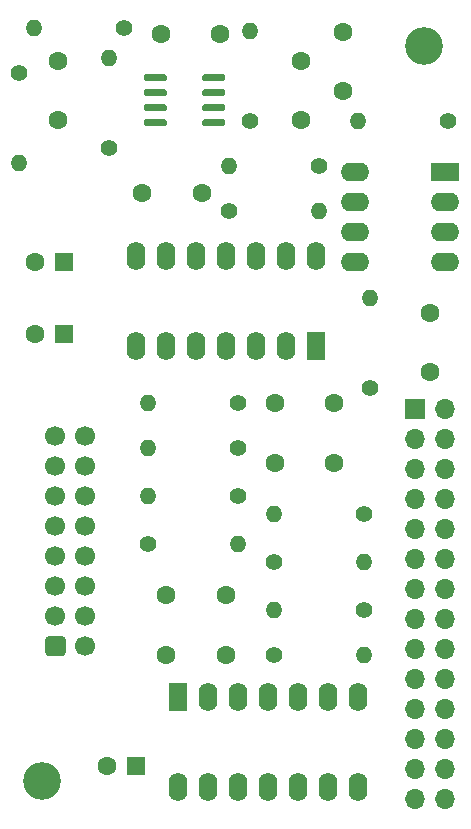
<source format=gbr>
%TF.GenerationSoftware,KiCad,Pcbnew,(5.1.10)-1*%
%TF.CreationDate,2022-02-04T18:42:06-05:00*%
%TF.ProjectId,OutputBoard,4f757470-7574-4426-9f61-72642e6b6963,rev?*%
%TF.SameCoordinates,Original*%
%TF.FileFunction,Soldermask,Bot*%
%TF.FilePolarity,Negative*%
%FSLAX46Y46*%
G04 Gerber Fmt 4.6, Leading zero omitted, Abs format (unit mm)*
G04 Created by KiCad (PCBNEW (5.1.10)-1) date 2022-02-04 18:42:06*
%MOMM*%
%LPD*%
G01*
G04 APERTURE LIST*
%ADD10C,3.200000*%
%ADD11O,1.600000X2.400000*%
%ADD12R,1.600000X2.400000*%
%ADD13R,1.600000X1.600000*%
%ADD14C,1.600000*%
%ADD15C,1.700000*%
%ADD16R,1.700000X1.700000*%
%ADD17O,1.700000X1.700000*%
%ADD18C,1.400000*%
%ADD19O,1.400000X1.400000*%
%ADD20R,2.400000X1.600000*%
%ADD21O,2.400000X1.600000*%
G04 APERTURE END LIST*
D10*
%TO.C,REF\u002A\u002A*%
X48895000Y-93980000D03*
%TD*%
%TO.C,REF\u002A\u002A*%
X81280000Y-31750000D03*
%TD*%
D11*
%TO.C,U2*%
X72136000Y-49530000D03*
X56896000Y-57150000D03*
X69596000Y-49530000D03*
X59436000Y-57150000D03*
X67056000Y-49530000D03*
X61976000Y-57150000D03*
X64516000Y-49530000D03*
X64516000Y-57150000D03*
X61976000Y-49530000D03*
X67056000Y-57150000D03*
X59436000Y-49530000D03*
X69596000Y-57150000D03*
X56896000Y-49530000D03*
D12*
X72136000Y-57150000D03*
%TD*%
%TO.C,IC1*%
G36*
G01*
X64410000Y-34267000D02*
X64410000Y-34567000D01*
G75*
G02*
X64260000Y-34717000I-150000J0D01*
G01*
X62610000Y-34717000D01*
G75*
G02*
X62460000Y-34567000I0J150000D01*
G01*
X62460000Y-34267000D01*
G75*
G02*
X62610000Y-34117000I150000J0D01*
G01*
X64260000Y-34117000D01*
G75*
G02*
X64410000Y-34267000I0J-150000D01*
G01*
G37*
G36*
G01*
X64410000Y-35537000D02*
X64410000Y-35837000D01*
G75*
G02*
X64260000Y-35987000I-150000J0D01*
G01*
X62610000Y-35987000D01*
G75*
G02*
X62460000Y-35837000I0J150000D01*
G01*
X62460000Y-35537000D01*
G75*
G02*
X62610000Y-35387000I150000J0D01*
G01*
X64260000Y-35387000D01*
G75*
G02*
X64410000Y-35537000I0J-150000D01*
G01*
G37*
G36*
G01*
X64410000Y-36807000D02*
X64410000Y-37107000D01*
G75*
G02*
X64260000Y-37257000I-150000J0D01*
G01*
X62610000Y-37257000D01*
G75*
G02*
X62460000Y-37107000I0J150000D01*
G01*
X62460000Y-36807000D01*
G75*
G02*
X62610000Y-36657000I150000J0D01*
G01*
X64260000Y-36657000D01*
G75*
G02*
X64410000Y-36807000I0J-150000D01*
G01*
G37*
G36*
G01*
X64410000Y-38077000D02*
X64410000Y-38377000D01*
G75*
G02*
X64260000Y-38527000I-150000J0D01*
G01*
X62610000Y-38527000D01*
G75*
G02*
X62460000Y-38377000I0J150000D01*
G01*
X62460000Y-38077000D01*
G75*
G02*
X62610000Y-37927000I150000J0D01*
G01*
X64260000Y-37927000D01*
G75*
G02*
X64410000Y-38077000I0J-150000D01*
G01*
G37*
G36*
G01*
X59460000Y-38077000D02*
X59460000Y-38377000D01*
G75*
G02*
X59310000Y-38527000I-150000J0D01*
G01*
X57660000Y-38527000D01*
G75*
G02*
X57510000Y-38377000I0J150000D01*
G01*
X57510000Y-38077000D01*
G75*
G02*
X57660000Y-37927000I150000J0D01*
G01*
X59310000Y-37927000D01*
G75*
G02*
X59460000Y-38077000I0J-150000D01*
G01*
G37*
G36*
G01*
X59460000Y-36807000D02*
X59460000Y-37107000D01*
G75*
G02*
X59310000Y-37257000I-150000J0D01*
G01*
X57660000Y-37257000D01*
G75*
G02*
X57510000Y-37107000I0J150000D01*
G01*
X57510000Y-36807000D01*
G75*
G02*
X57660000Y-36657000I150000J0D01*
G01*
X59310000Y-36657000D01*
G75*
G02*
X59460000Y-36807000I0J-150000D01*
G01*
G37*
G36*
G01*
X59460000Y-35537000D02*
X59460000Y-35837000D01*
G75*
G02*
X59310000Y-35987000I-150000J0D01*
G01*
X57660000Y-35987000D01*
G75*
G02*
X57510000Y-35837000I0J150000D01*
G01*
X57510000Y-35537000D01*
G75*
G02*
X57660000Y-35387000I150000J0D01*
G01*
X59310000Y-35387000D01*
G75*
G02*
X59460000Y-35537000I0J-150000D01*
G01*
G37*
G36*
G01*
X59460000Y-34267000D02*
X59460000Y-34567000D01*
G75*
G02*
X59310000Y-34717000I-150000J0D01*
G01*
X57660000Y-34717000D01*
G75*
G02*
X57510000Y-34567000I0J150000D01*
G01*
X57510000Y-34267000D01*
G75*
G02*
X57660000Y-34117000I150000J0D01*
G01*
X59310000Y-34117000D01*
G75*
G02*
X59460000Y-34267000I0J-150000D01*
G01*
G37*
%TD*%
D13*
%TO.C,C1*%
X56896000Y-92710000D03*
D14*
X54396000Y-92710000D03*
%TD*%
%TO.C,C2*%
X48300000Y-56134000D03*
D13*
X50800000Y-56134000D03*
%TD*%
%TO.C,C5*%
X50800000Y-50038000D03*
D14*
X48300000Y-50038000D03*
%TD*%
%TO.C,C6*%
X64436000Y-83312000D03*
X59436000Y-83312000D03*
%TD*%
%TO.C,C7*%
X68660000Y-61976000D03*
X73660000Y-61976000D03*
%TD*%
%TO.C,C8*%
X70866000Y-33020000D03*
X70866000Y-38020000D03*
%TD*%
%TO.C,C9*%
X57404000Y-44196000D03*
X62404000Y-44196000D03*
%TD*%
%TO.C,C10*%
X74422000Y-30560000D03*
X74422000Y-35560000D03*
%TD*%
%TO.C,C11*%
X81788000Y-54356000D03*
X81788000Y-59356000D03*
%TD*%
%TO.C,C12*%
X59008000Y-30734000D03*
X64008000Y-30734000D03*
%TD*%
%TO.C,C13*%
X50292000Y-38020000D03*
X50292000Y-33020000D03*
%TD*%
%TO.C,J1*%
G36*
G01*
X49188000Y-83150000D02*
X49188000Y-81950000D01*
G75*
G02*
X49438000Y-81700000I250000J0D01*
G01*
X50638000Y-81700000D01*
G75*
G02*
X50888000Y-81950000I0J-250000D01*
G01*
X50888000Y-83150000D01*
G75*
G02*
X50638000Y-83400000I-250000J0D01*
G01*
X49438000Y-83400000D01*
G75*
G02*
X49188000Y-83150000I0J250000D01*
G01*
G37*
D15*
X50038000Y-80010000D03*
X50038000Y-77470000D03*
X50038000Y-74930000D03*
X50038000Y-72390000D03*
X50038000Y-69850000D03*
X50038000Y-67310000D03*
X50038000Y-64770000D03*
X52578000Y-82550000D03*
X52578000Y-80010000D03*
X52578000Y-77470000D03*
X52578000Y-74930000D03*
X52578000Y-72390000D03*
X52578000Y-69850000D03*
X52578000Y-67310000D03*
X52578000Y-64770000D03*
%TD*%
D16*
%TO.C,J3*%
X80518000Y-62484000D03*
D17*
X83058000Y-62484000D03*
X80518000Y-65024000D03*
X83058000Y-65024000D03*
X80518000Y-67564000D03*
X83058000Y-67564000D03*
X80518000Y-70104000D03*
X83058000Y-70104000D03*
X80518000Y-72644000D03*
X83058000Y-72644000D03*
X80518000Y-75184000D03*
X83058000Y-75184000D03*
X80518000Y-77724000D03*
X83058000Y-77724000D03*
X80518000Y-80264000D03*
X83058000Y-80264000D03*
X80518000Y-82804000D03*
X83058000Y-82804000D03*
X80518000Y-85344000D03*
X83058000Y-85344000D03*
X80518000Y-87884000D03*
X83058000Y-87884000D03*
X80518000Y-90424000D03*
X83058000Y-90424000D03*
X80518000Y-92964000D03*
X83058000Y-92964000D03*
X80518000Y-95504000D03*
X83058000Y-95504000D03*
%TD*%
D18*
%TO.C,R1*%
X76200000Y-79502000D03*
D19*
X68580000Y-79502000D03*
%TD*%
%TO.C,R2*%
X76200000Y-83312000D03*
D18*
X68580000Y-83312000D03*
%TD*%
%TO.C,R3*%
X65532000Y-65786000D03*
D19*
X57912000Y-65786000D03*
%TD*%
%TO.C,R4*%
X57912000Y-61976000D03*
D18*
X65532000Y-61976000D03*
%TD*%
%TO.C,R5*%
X57912000Y-73914000D03*
D19*
X65532000Y-73914000D03*
%TD*%
%TO.C,R6*%
X57912000Y-69850000D03*
D18*
X65532000Y-69850000D03*
%TD*%
D19*
%TO.C,R7*%
X68580000Y-71374000D03*
D18*
X76200000Y-71374000D03*
%TD*%
%TO.C,R8*%
X68580000Y-75438000D03*
D19*
X76200000Y-75438000D03*
%TD*%
%TO.C,R9*%
X64770000Y-41910000D03*
D18*
X72390000Y-41910000D03*
%TD*%
%TO.C,R10*%
X66548000Y-38100000D03*
D19*
X66548000Y-30480000D03*
%TD*%
D18*
%TO.C,R11*%
X64770000Y-45720000D03*
D19*
X72390000Y-45720000D03*
%TD*%
%TO.C,R12*%
X46990000Y-41656000D03*
D18*
X46990000Y-34036000D03*
%TD*%
D19*
%TO.C,R13*%
X75692000Y-38100000D03*
D18*
X83312000Y-38100000D03*
%TD*%
%TO.C,R14*%
X76708000Y-60706000D03*
D19*
X76708000Y-53086000D03*
%TD*%
%TO.C,R15*%
X54610000Y-32766000D03*
D18*
X54610000Y-40386000D03*
%TD*%
%TO.C,R16*%
X55880000Y-30226000D03*
D19*
X48260000Y-30226000D03*
%TD*%
D12*
%TO.C,U1*%
X60452000Y-86868000D03*
D11*
X75692000Y-94488000D03*
X62992000Y-86868000D03*
X73152000Y-94488000D03*
X65532000Y-86868000D03*
X70612000Y-94488000D03*
X68072000Y-86868000D03*
X68072000Y-94488000D03*
X70612000Y-86868000D03*
X65532000Y-94488000D03*
X73152000Y-86868000D03*
X62992000Y-94488000D03*
X75692000Y-86868000D03*
X60452000Y-94488000D03*
%TD*%
D20*
%TO.C,U3*%
X83058000Y-42418000D03*
D21*
X75438000Y-50038000D03*
X83058000Y-44958000D03*
X75438000Y-47498000D03*
X83058000Y-47498000D03*
X75438000Y-44958000D03*
X83058000Y-50038000D03*
X75438000Y-42418000D03*
%TD*%
D14*
%TO.C,C3*%
X64436000Y-78232000D03*
X59436000Y-78232000D03*
%TD*%
%TO.C,C4*%
X73660000Y-67056000D03*
X68660000Y-67056000D03*
%TD*%
M02*

</source>
